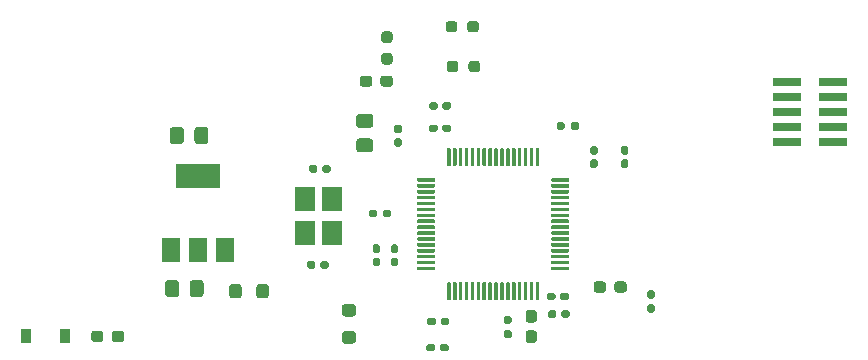
<source format=gbr>
%TF.GenerationSoftware,KiCad,Pcbnew,(5.1.7)-1*%
%TF.CreationDate,2020-10-12T20:46:30-04:00*%
%TF.ProjectId,STM32_Breakout,53544d33-325f-4427-9265-616b6f75742e,rev?*%
%TF.SameCoordinates,Original*%
%TF.FileFunction,Paste,Top*%
%TF.FilePolarity,Positive*%
%FSLAX46Y46*%
G04 Gerber Fmt 4.6, Leading zero omitted, Abs format (unit mm)*
G04 Created by KiCad (PCBNEW (5.1.7)-1) date 2020-10-12 20:46:30*
%MOMM*%
%LPD*%
G01*
G04 APERTURE LIST*
%ADD10R,0.900000X1.200000*%
%ADD11R,1.800000X2.100000*%
%ADD12R,2.400000X0.740000*%
%ADD13R,3.800000X2.000000*%
%ADD14R,1.500000X2.000000*%
G04 APERTURE END LIST*
%TO.C,C1*%
G36*
G01*
X36660000Y-64765000D02*
X36660000Y-65715000D01*
G75*
G02*
X36410000Y-65965000I-250000J0D01*
G01*
X35735000Y-65965000D01*
G75*
G02*
X35485000Y-65715000I0J250000D01*
G01*
X35485000Y-64765000D01*
G75*
G02*
X35735000Y-64515000I250000J0D01*
G01*
X36410000Y-64515000D01*
G75*
G02*
X36660000Y-64765000I0J-250000D01*
G01*
G37*
G36*
G01*
X38735000Y-64765000D02*
X38735000Y-65715000D01*
G75*
G02*
X38485000Y-65965000I-250000J0D01*
G01*
X37810000Y-65965000D01*
G75*
G02*
X37560000Y-65715000I0J250000D01*
G01*
X37560000Y-64765000D01*
G75*
G02*
X37810000Y-64515000I250000J0D01*
G01*
X38485000Y-64515000D01*
G75*
G02*
X38735000Y-64765000I0J-250000D01*
G01*
G37*
%TD*%
%TO.C,C2*%
G36*
G01*
X39135000Y-51805000D02*
X39135000Y-52755000D01*
G75*
G02*
X38885000Y-53005000I-250000J0D01*
G01*
X38210000Y-53005000D01*
G75*
G02*
X37960000Y-52755000I0J250000D01*
G01*
X37960000Y-51805000D01*
G75*
G02*
X38210000Y-51555000I250000J0D01*
G01*
X38885000Y-51555000D01*
G75*
G02*
X39135000Y-51805000I0J-250000D01*
G01*
G37*
G36*
G01*
X37060000Y-51805000D02*
X37060000Y-52755000D01*
G75*
G02*
X36810000Y-53005000I-250000J0D01*
G01*
X36135000Y-53005000D01*
G75*
G02*
X35885000Y-52755000I0J250000D01*
G01*
X35885000Y-51805000D01*
G75*
G02*
X36135000Y-51555000I250000J0D01*
G01*
X36810000Y-51555000D01*
G75*
G02*
X37060000Y-51805000I0J-250000D01*
G01*
G37*
%TD*%
%TO.C,C3*%
G36*
G01*
X51905000Y-50455000D02*
X52855000Y-50455000D01*
G75*
G02*
X53105000Y-50705000I0J-250000D01*
G01*
X53105000Y-51380000D01*
G75*
G02*
X52855000Y-51630000I-250000J0D01*
G01*
X51905000Y-51630000D01*
G75*
G02*
X51655000Y-51380000I0J250000D01*
G01*
X51655000Y-50705000D01*
G75*
G02*
X51905000Y-50455000I250000J0D01*
G01*
G37*
G36*
G01*
X51905000Y-52530000D02*
X52855000Y-52530000D01*
G75*
G02*
X53105000Y-52780000I0J-250000D01*
G01*
X53105000Y-53455000D01*
G75*
G02*
X52855000Y-53705000I-250000J0D01*
G01*
X51905000Y-53705000D01*
G75*
G02*
X51655000Y-53455000I0J250000D01*
G01*
X51655000Y-52780000D01*
G75*
G02*
X51905000Y-52530000I250000J0D01*
G01*
G37*
%TD*%
%TO.C,C4*%
G36*
G01*
X55035000Y-52500000D02*
X55345000Y-52500000D01*
G75*
G02*
X55500000Y-52655000I0J-155000D01*
G01*
X55500000Y-53080000D01*
G75*
G02*
X55345000Y-53235000I-155000J0D01*
G01*
X55035000Y-53235000D01*
G75*
G02*
X54880000Y-53080000I0J155000D01*
G01*
X54880000Y-52655000D01*
G75*
G02*
X55035000Y-52500000I155000J0D01*
G01*
G37*
G36*
G01*
X55035000Y-51365000D02*
X55345000Y-51365000D01*
G75*
G02*
X55500000Y-51520000I0J-155000D01*
G01*
X55500000Y-51945000D01*
G75*
G02*
X55345000Y-52100000I-155000J0D01*
G01*
X55035000Y-52100000D01*
G75*
G02*
X54880000Y-51945000I0J155000D01*
G01*
X54880000Y-51520000D01*
G75*
G02*
X55035000Y-51365000I155000J0D01*
G01*
G37*
%TD*%
%TO.C,C5*%
G36*
G01*
X59535000Y-67865000D02*
X59535000Y-68175000D01*
G75*
G02*
X59380000Y-68330000I-155000J0D01*
G01*
X58955000Y-68330000D01*
G75*
G02*
X58800000Y-68175000I0J155000D01*
G01*
X58800000Y-67865000D01*
G75*
G02*
X58955000Y-67710000I155000J0D01*
G01*
X59380000Y-67710000D01*
G75*
G02*
X59535000Y-67865000I0J-155000D01*
G01*
G37*
G36*
G01*
X58400000Y-67865000D02*
X58400000Y-68175000D01*
G75*
G02*
X58245000Y-68330000I-155000J0D01*
G01*
X57820000Y-68330000D01*
G75*
G02*
X57665000Y-68175000I0J155000D01*
G01*
X57665000Y-67865000D01*
G75*
G02*
X57820000Y-67710000I155000J0D01*
G01*
X58245000Y-67710000D01*
G75*
G02*
X58400000Y-67865000I0J-155000D01*
G01*
G37*
%TD*%
%TO.C,C6*%
G36*
G01*
X58340000Y-70095000D02*
X58340000Y-70405000D01*
G75*
G02*
X58185000Y-70560000I-155000J0D01*
G01*
X57760000Y-70560000D01*
G75*
G02*
X57605000Y-70405000I0J155000D01*
G01*
X57605000Y-70095000D01*
G75*
G02*
X57760000Y-69940000I155000J0D01*
G01*
X58185000Y-69940000D01*
G75*
G02*
X58340000Y-70095000I0J-155000D01*
G01*
G37*
G36*
G01*
X59475000Y-70095000D02*
X59475000Y-70405000D01*
G75*
G02*
X59320000Y-70560000I-155000J0D01*
G01*
X58895000Y-70560000D01*
G75*
G02*
X58740000Y-70405000I0J155000D01*
G01*
X58740000Y-70095000D01*
G75*
G02*
X58895000Y-69940000I155000J0D01*
G01*
X59320000Y-69940000D01*
G75*
G02*
X59475000Y-70095000I0J-155000D01*
G01*
G37*
%TD*%
%TO.C,C7*%
G36*
G01*
X69675000Y-65755000D02*
X69675000Y-66065000D01*
G75*
G02*
X69520000Y-66220000I-155000J0D01*
G01*
X69095000Y-66220000D01*
G75*
G02*
X68940000Y-66065000I0J155000D01*
G01*
X68940000Y-65755000D01*
G75*
G02*
X69095000Y-65600000I155000J0D01*
G01*
X69520000Y-65600000D01*
G75*
G02*
X69675000Y-65755000I0J-155000D01*
G01*
G37*
G36*
G01*
X68540000Y-65755000D02*
X68540000Y-66065000D01*
G75*
G02*
X68385000Y-66220000I-155000J0D01*
G01*
X67960000Y-66220000D01*
G75*
G02*
X67805000Y-66065000I0J155000D01*
G01*
X67805000Y-65755000D01*
G75*
G02*
X67960000Y-65600000I155000J0D01*
G01*
X68385000Y-65600000D01*
G75*
G02*
X68540000Y-65755000I0J-155000D01*
G01*
G37*
%TD*%
%TO.C,C8*%
G36*
G01*
X68610000Y-67245000D02*
X68610000Y-67555000D01*
G75*
G02*
X68455000Y-67710000I-155000J0D01*
G01*
X68030000Y-67710000D01*
G75*
G02*
X67875000Y-67555000I0J155000D01*
G01*
X67875000Y-67245000D01*
G75*
G02*
X68030000Y-67090000I155000J0D01*
G01*
X68455000Y-67090000D01*
G75*
G02*
X68610000Y-67245000I0J-155000D01*
G01*
G37*
G36*
G01*
X69745000Y-67245000D02*
X69745000Y-67555000D01*
G75*
G02*
X69590000Y-67710000I-155000J0D01*
G01*
X69165000Y-67710000D01*
G75*
G02*
X69010000Y-67555000I0J155000D01*
G01*
X69010000Y-67245000D01*
G75*
G02*
X69165000Y-67090000I155000J0D01*
G01*
X69590000Y-67090000D01*
G75*
G02*
X69745000Y-67245000I0J-155000D01*
G01*
G37*
%TD*%
%TO.C,C9*%
G36*
G01*
X71625000Y-53175000D02*
X71935000Y-53175000D01*
G75*
G02*
X72090000Y-53330000I0J-155000D01*
G01*
X72090000Y-53755000D01*
G75*
G02*
X71935000Y-53910000I-155000J0D01*
G01*
X71625000Y-53910000D01*
G75*
G02*
X71470000Y-53755000I0J155000D01*
G01*
X71470000Y-53330000D01*
G75*
G02*
X71625000Y-53175000I155000J0D01*
G01*
G37*
G36*
G01*
X71625000Y-54310000D02*
X71935000Y-54310000D01*
G75*
G02*
X72090000Y-54465000I0J-155000D01*
G01*
X72090000Y-54890000D01*
G75*
G02*
X71935000Y-55045000I-155000J0D01*
G01*
X71625000Y-55045000D01*
G75*
G02*
X71470000Y-54890000I0J155000D01*
G01*
X71470000Y-54465000D01*
G75*
G02*
X71625000Y-54310000I155000J0D01*
G01*
G37*
%TD*%
%TO.C,C10*%
G36*
G01*
X74245000Y-54300000D02*
X74555000Y-54300000D01*
G75*
G02*
X74710000Y-54455000I0J-155000D01*
G01*
X74710000Y-54880000D01*
G75*
G02*
X74555000Y-55035000I-155000J0D01*
G01*
X74245000Y-55035000D01*
G75*
G02*
X74090000Y-54880000I0J155000D01*
G01*
X74090000Y-54455000D01*
G75*
G02*
X74245000Y-54300000I155000J0D01*
G01*
G37*
G36*
G01*
X74245000Y-53165000D02*
X74555000Y-53165000D01*
G75*
G02*
X74710000Y-53320000I0J-155000D01*
G01*
X74710000Y-53745000D01*
G75*
G02*
X74555000Y-53900000I-155000J0D01*
G01*
X74245000Y-53900000D01*
G75*
G02*
X74090000Y-53745000I0J155000D01*
G01*
X74090000Y-53320000D01*
G75*
G02*
X74245000Y-53165000I155000J0D01*
G01*
G37*
%TD*%
%TO.C,C11*%
G36*
G01*
X57825000Y-51825000D02*
X57825000Y-51515000D01*
G75*
G02*
X57980000Y-51360000I155000J0D01*
G01*
X58405000Y-51360000D01*
G75*
G02*
X58560000Y-51515000I0J-155000D01*
G01*
X58560000Y-51825000D01*
G75*
G02*
X58405000Y-51980000I-155000J0D01*
G01*
X57980000Y-51980000D01*
G75*
G02*
X57825000Y-51825000I0J155000D01*
G01*
G37*
G36*
G01*
X58960000Y-51825000D02*
X58960000Y-51515000D01*
G75*
G02*
X59115000Y-51360000I155000J0D01*
G01*
X59540000Y-51360000D01*
G75*
G02*
X59695000Y-51515000I0J-155000D01*
G01*
X59695000Y-51825000D01*
G75*
G02*
X59540000Y-51980000I-155000J0D01*
G01*
X59115000Y-51980000D01*
G75*
G02*
X58960000Y-51825000I0J155000D01*
G01*
G37*
%TD*%
%TO.C,C12*%
G36*
G01*
X57825000Y-49925000D02*
X57825000Y-49615000D01*
G75*
G02*
X57980000Y-49460000I155000J0D01*
G01*
X58405000Y-49460000D01*
G75*
G02*
X58560000Y-49615000I0J-155000D01*
G01*
X58560000Y-49925000D01*
G75*
G02*
X58405000Y-50080000I-155000J0D01*
G01*
X57980000Y-50080000D01*
G75*
G02*
X57825000Y-49925000I0J155000D01*
G01*
G37*
G36*
G01*
X58960000Y-49925000D02*
X58960000Y-49615000D01*
G75*
G02*
X59115000Y-49460000I155000J0D01*
G01*
X59540000Y-49460000D01*
G75*
G02*
X59695000Y-49615000I0J-155000D01*
G01*
X59695000Y-49925000D01*
G75*
G02*
X59540000Y-50080000I-155000J0D01*
G01*
X59115000Y-50080000D01*
G75*
G02*
X58960000Y-49925000I0J155000D01*
G01*
G37*
%TD*%
%TO.C,C13*%
G36*
G01*
X55055000Y-63365000D02*
X54745000Y-63365000D01*
G75*
G02*
X54590000Y-63210000I0J155000D01*
G01*
X54590000Y-62785000D01*
G75*
G02*
X54745000Y-62630000I155000J0D01*
G01*
X55055000Y-62630000D01*
G75*
G02*
X55210000Y-62785000I0J-155000D01*
G01*
X55210000Y-63210000D01*
G75*
G02*
X55055000Y-63365000I-155000J0D01*
G01*
G37*
G36*
G01*
X55055000Y-62230000D02*
X54745000Y-62230000D01*
G75*
G02*
X54590000Y-62075000I0J155000D01*
G01*
X54590000Y-61650000D01*
G75*
G02*
X54745000Y-61495000I155000J0D01*
G01*
X55055000Y-61495000D01*
G75*
G02*
X55210000Y-61650000I0J-155000D01*
G01*
X55210000Y-62075000D01*
G75*
G02*
X55055000Y-62230000I-155000J0D01*
G01*
G37*
%TD*%
%TO.C,C14*%
G36*
G01*
X53525000Y-62230000D02*
X53215000Y-62230000D01*
G75*
G02*
X53060000Y-62075000I0J155000D01*
G01*
X53060000Y-61650000D01*
G75*
G02*
X53215000Y-61495000I155000J0D01*
G01*
X53525000Y-61495000D01*
G75*
G02*
X53680000Y-61650000I0J-155000D01*
G01*
X53680000Y-62075000D01*
G75*
G02*
X53525000Y-62230000I-155000J0D01*
G01*
G37*
G36*
G01*
X53525000Y-63365000D02*
X53215000Y-63365000D01*
G75*
G02*
X53060000Y-63210000I0J155000D01*
G01*
X53060000Y-62785000D01*
G75*
G02*
X53215000Y-62630000I155000J0D01*
G01*
X53525000Y-62630000D01*
G75*
G02*
X53680000Y-62785000I0J-155000D01*
G01*
X53680000Y-63210000D01*
G75*
G02*
X53525000Y-63365000I-155000J0D01*
G01*
G37*
%TD*%
%TO.C,C15*%
G36*
G01*
X48780000Y-55265000D02*
X48780000Y-54955000D01*
G75*
G02*
X48935000Y-54800000I155000J0D01*
G01*
X49360000Y-54800000D01*
G75*
G02*
X49515000Y-54955000I0J-155000D01*
G01*
X49515000Y-55265000D01*
G75*
G02*
X49360000Y-55420000I-155000J0D01*
G01*
X48935000Y-55420000D01*
G75*
G02*
X48780000Y-55265000I0J155000D01*
G01*
G37*
G36*
G01*
X47645000Y-55265000D02*
X47645000Y-54955000D01*
G75*
G02*
X47800000Y-54800000I155000J0D01*
G01*
X48225000Y-54800000D01*
G75*
G02*
X48380000Y-54955000I0J-155000D01*
G01*
X48380000Y-55265000D01*
G75*
G02*
X48225000Y-55420000I-155000J0D01*
G01*
X47800000Y-55420000D01*
G75*
G02*
X47645000Y-55265000I0J155000D01*
G01*
G37*
%TD*%
%TO.C,C16*%
G36*
G01*
X49345000Y-63075000D02*
X49345000Y-63385000D01*
G75*
G02*
X49190000Y-63540000I-155000J0D01*
G01*
X48765000Y-63540000D01*
G75*
G02*
X48610000Y-63385000I0J155000D01*
G01*
X48610000Y-63075000D01*
G75*
G02*
X48765000Y-62920000I155000J0D01*
G01*
X49190000Y-62920000D01*
G75*
G02*
X49345000Y-63075000I0J-155000D01*
G01*
G37*
G36*
G01*
X48210000Y-63075000D02*
X48210000Y-63385000D01*
G75*
G02*
X48055000Y-63540000I-155000J0D01*
G01*
X47630000Y-63540000D01*
G75*
G02*
X47475000Y-63385000I0J155000D01*
G01*
X47475000Y-63075000D01*
G75*
G02*
X47630000Y-62920000I155000J0D01*
G01*
X48055000Y-62920000D01*
G75*
G02*
X48210000Y-63075000I0J-155000D01*
G01*
G37*
%TD*%
%TO.C,C17*%
G36*
G01*
X66242500Y-67050000D02*
X66717500Y-67050000D01*
G75*
G02*
X66955000Y-67287500I0J-237500D01*
G01*
X66955000Y-67887500D01*
G75*
G02*
X66717500Y-68125000I-237500J0D01*
G01*
X66242500Y-68125000D01*
G75*
G02*
X66005000Y-67887500I0J237500D01*
G01*
X66005000Y-67287500D01*
G75*
G02*
X66242500Y-67050000I237500J0D01*
G01*
G37*
G36*
G01*
X66242500Y-68775000D02*
X66717500Y-68775000D01*
G75*
G02*
X66955000Y-69012500I0J-237500D01*
G01*
X66955000Y-69612500D01*
G75*
G02*
X66717500Y-69850000I-237500J0D01*
G01*
X66242500Y-69850000D01*
G75*
G02*
X66005000Y-69612500I0J237500D01*
G01*
X66005000Y-69012500D01*
G75*
G02*
X66242500Y-68775000I237500J0D01*
G01*
G37*
%TD*%
D10*
%TO.C,D1*%
X27000000Y-69250000D03*
X23700000Y-69250000D03*
%TD*%
%TO.C,D2*%
G36*
G01*
X54760000Y-47442500D02*
X54760000Y-47917500D01*
G75*
G02*
X54522500Y-48155000I-237500J0D01*
G01*
X53947500Y-48155000D01*
G75*
G02*
X53710000Y-47917500I0J237500D01*
G01*
X53710000Y-47442500D01*
G75*
G02*
X53947500Y-47205000I237500J0D01*
G01*
X54522500Y-47205000D01*
G75*
G02*
X54760000Y-47442500I0J-237500D01*
G01*
G37*
G36*
G01*
X53010000Y-47442500D02*
X53010000Y-47917500D01*
G75*
G02*
X52772500Y-48155000I-237500J0D01*
G01*
X52197500Y-48155000D01*
G75*
G02*
X51960000Y-47917500I0J237500D01*
G01*
X51960000Y-47442500D01*
G75*
G02*
X52197500Y-47205000I237500J0D01*
G01*
X52772500Y-47205000D01*
G75*
G02*
X53010000Y-47442500I0J-237500D01*
G01*
G37*
%TD*%
%TO.C,D3*%
G36*
G01*
X72820000Y-64872500D02*
X72820000Y-65347500D01*
G75*
G02*
X72582500Y-65585000I-237500J0D01*
G01*
X72007500Y-65585000D01*
G75*
G02*
X71770000Y-65347500I0J237500D01*
G01*
X71770000Y-64872500D01*
G75*
G02*
X72007500Y-64635000I237500J0D01*
G01*
X72582500Y-64635000D01*
G75*
G02*
X72820000Y-64872500I0J-237500D01*
G01*
G37*
G36*
G01*
X74570000Y-64872500D02*
X74570000Y-65347500D01*
G75*
G02*
X74332500Y-65585000I-237500J0D01*
G01*
X73757500Y-65585000D01*
G75*
G02*
X73520000Y-65347500I0J237500D01*
G01*
X73520000Y-64872500D01*
G75*
G02*
X73757500Y-64635000I237500J0D01*
G01*
X74332500Y-64635000D01*
G75*
G02*
X74570000Y-64872500I0J-237500D01*
G01*
G37*
%TD*%
%TO.C,F1*%
G36*
G01*
X29210000Y-69527500D02*
X29210000Y-69052500D01*
G75*
G02*
X29447500Y-68815000I237500J0D01*
G01*
X30022500Y-68815000D01*
G75*
G02*
X30260000Y-69052500I0J-237500D01*
G01*
X30260000Y-69527500D01*
G75*
G02*
X30022500Y-69765000I-237500J0D01*
G01*
X29447500Y-69765000D01*
G75*
G02*
X29210000Y-69527500I0J237500D01*
G01*
G37*
G36*
G01*
X30960000Y-69527500D02*
X30960000Y-69052500D01*
G75*
G02*
X31197500Y-68815000I237500J0D01*
G01*
X31772500Y-68815000D01*
G75*
G02*
X32010000Y-69052500I0J-237500D01*
G01*
X32010000Y-69527500D01*
G75*
G02*
X31772500Y-69765000I-237500J0D01*
G01*
X31197500Y-69765000D01*
G75*
G02*
X30960000Y-69527500I0J237500D01*
G01*
G37*
%TD*%
%TO.C,FB1*%
G36*
G01*
X40905000Y-65810001D02*
X40905000Y-65109999D01*
G75*
G02*
X41154999Y-64860000I249999J0D01*
G01*
X41705001Y-64860000D01*
G75*
G02*
X41955000Y-65109999I0J-249999D01*
G01*
X41955000Y-65810001D01*
G75*
G02*
X41705001Y-66060000I-249999J0D01*
G01*
X41154999Y-66060000D01*
G75*
G02*
X40905000Y-65810001I0J249999D01*
G01*
G37*
G36*
G01*
X43205000Y-65810001D02*
X43205000Y-65109999D01*
G75*
G02*
X43454999Y-64860000I249999J0D01*
G01*
X44005001Y-64860000D01*
G75*
G02*
X44255000Y-65109999I0J-249999D01*
G01*
X44255000Y-65810001D01*
G75*
G02*
X44005001Y-66060000I-249999J0D01*
G01*
X43454999Y-66060000D01*
G75*
G02*
X43205000Y-65810001I0J249999D01*
G01*
G37*
%TD*%
%TO.C,FB2*%
G36*
G01*
X50689999Y-68855000D02*
X51390001Y-68855000D01*
G75*
G02*
X51640000Y-69104999I0J-249999D01*
G01*
X51640000Y-69655001D01*
G75*
G02*
X51390001Y-69905000I-249999J0D01*
G01*
X50689999Y-69905000D01*
G75*
G02*
X50440000Y-69655001I0J249999D01*
G01*
X50440000Y-69104999D01*
G75*
G02*
X50689999Y-68855000I249999J0D01*
G01*
G37*
G36*
G01*
X50689999Y-66555000D02*
X51390001Y-66555000D01*
G75*
G02*
X51640000Y-66804999I0J-249999D01*
G01*
X51640000Y-67355001D01*
G75*
G02*
X51390001Y-67605000I-249999J0D01*
G01*
X50689999Y-67605000D01*
G75*
G02*
X50440000Y-67355001I0J249999D01*
G01*
X50440000Y-66804999D01*
G75*
G02*
X50689999Y-66555000I249999J0D01*
G01*
G37*
%TD*%
D11*
%TO.C,HSE*%
X47310000Y-57620000D03*
X47310000Y-60520000D03*
X49610000Y-60520000D03*
X49610000Y-57620000D03*
%TD*%
%TO.C,R1*%
G36*
G01*
X54022500Y-45295000D02*
X54497500Y-45295000D01*
G75*
G02*
X54735000Y-45532500I0J-237500D01*
G01*
X54735000Y-46032500D01*
G75*
G02*
X54497500Y-46270000I-237500J0D01*
G01*
X54022500Y-46270000D01*
G75*
G02*
X53785000Y-46032500I0J237500D01*
G01*
X53785000Y-45532500D01*
G75*
G02*
X54022500Y-45295000I237500J0D01*
G01*
G37*
G36*
G01*
X54022500Y-43470000D02*
X54497500Y-43470000D01*
G75*
G02*
X54735000Y-43707500I0J-237500D01*
G01*
X54735000Y-44207500D01*
G75*
G02*
X54497500Y-44445000I-237500J0D01*
G01*
X54022500Y-44445000D01*
G75*
G02*
X53785000Y-44207500I0J237500D01*
G01*
X53785000Y-43707500D01*
G75*
G02*
X54022500Y-43470000I237500J0D01*
G01*
G37*
%TD*%
%TO.C,R2*%
G36*
G01*
X70535000Y-51310000D02*
X70535000Y-51630000D01*
G75*
G02*
X70375000Y-51790000I-160000J0D01*
G01*
X69980000Y-51790000D01*
G75*
G02*
X69820000Y-51630000I0J160000D01*
G01*
X69820000Y-51310000D01*
G75*
G02*
X69980000Y-51150000I160000J0D01*
G01*
X70375000Y-51150000D01*
G75*
G02*
X70535000Y-51310000I0J-160000D01*
G01*
G37*
G36*
G01*
X69340000Y-51310000D02*
X69340000Y-51630000D01*
G75*
G02*
X69180000Y-51790000I-160000J0D01*
G01*
X68785000Y-51790000D01*
G75*
G02*
X68625000Y-51630000I0J160000D01*
G01*
X68625000Y-51310000D01*
G75*
G02*
X68785000Y-51150000I160000J0D01*
G01*
X69180000Y-51150000D01*
G75*
G02*
X69340000Y-51310000I0J-160000D01*
G01*
G37*
%TD*%
%TO.C,R3*%
G36*
G01*
X64330000Y-68740000D02*
X64650000Y-68740000D01*
G75*
G02*
X64810000Y-68900000I0J-160000D01*
G01*
X64810000Y-69295000D01*
G75*
G02*
X64650000Y-69455000I-160000J0D01*
G01*
X64330000Y-69455000D01*
G75*
G02*
X64170000Y-69295000I0J160000D01*
G01*
X64170000Y-68900000D01*
G75*
G02*
X64330000Y-68740000I160000J0D01*
G01*
G37*
G36*
G01*
X64330000Y-67545000D02*
X64650000Y-67545000D01*
G75*
G02*
X64810000Y-67705000I0J-160000D01*
G01*
X64810000Y-68100000D01*
G75*
G02*
X64650000Y-68260000I-160000J0D01*
G01*
X64330000Y-68260000D01*
G75*
G02*
X64170000Y-68100000I0J160000D01*
G01*
X64170000Y-67705000D01*
G75*
G02*
X64330000Y-67545000I160000J0D01*
G01*
G37*
%TD*%
%TO.C,R4*%
G36*
G01*
X62140000Y-46202500D02*
X62140000Y-46677500D01*
G75*
G02*
X61902500Y-46915000I-237500J0D01*
G01*
X61402500Y-46915000D01*
G75*
G02*
X61165000Y-46677500I0J237500D01*
G01*
X61165000Y-46202500D01*
G75*
G02*
X61402500Y-45965000I237500J0D01*
G01*
X61902500Y-45965000D01*
G75*
G02*
X62140000Y-46202500I0J-237500D01*
G01*
G37*
G36*
G01*
X60315000Y-46202500D02*
X60315000Y-46677500D01*
G75*
G02*
X60077500Y-46915000I-237500J0D01*
G01*
X59577500Y-46915000D01*
G75*
G02*
X59340000Y-46677500I0J237500D01*
G01*
X59340000Y-46202500D01*
G75*
G02*
X59577500Y-45965000I237500J0D01*
G01*
X60077500Y-45965000D01*
G75*
G02*
X60315000Y-46202500I0J-237500D01*
G01*
G37*
%TD*%
%TO.C,R5*%
G36*
G01*
X62040000Y-42832500D02*
X62040000Y-43307500D01*
G75*
G02*
X61802500Y-43545000I-237500J0D01*
G01*
X61302500Y-43545000D01*
G75*
G02*
X61065000Y-43307500I0J237500D01*
G01*
X61065000Y-42832500D01*
G75*
G02*
X61302500Y-42595000I237500J0D01*
G01*
X61802500Y-42595000D01*
G75*
G02*
X62040000Y-42832500I0J-237500D01*
G01*
G37*
G36*
G01*
X60215000Y-42832500D02*
X60215000Y-43307500D01*
G75*
G02*
X59977500Y-43545000I-237500J0D01*
G01*
X59477500Y-43545000D01*
G75*
G02*
X59240000Y-43307500I0J237500D01*
G01*
X59240000Y-42832500D01*
G75*
G02*
X59477500Y-42595000I237500J0D01*
G01*
X59977500Y-42595000D01*
G75*
G02*
X60215000Y-42832500I0J-237500D01*
G01*
G37*
%TD*%
%TO.C,R6*%
G36*
G01*
X54645000Y-58730000D02*
X54645000Y-59050000D01*
G75*
G02*
X54485000Y-59210000I-160000J0D01*
G01*
X54090000Y-59210000D01*
G75*
G02*
X53930000Y-59050000I0J160000D01*
G01*
X53930000Y-58730000D01*
G75*
G02*
X54090000Y-58570000I160000J0D01*
G01*
X54485000Y-58570000D01*
G75*
G02*
X54645000Y-58730000I0J-160000D01*
G01*
G37*
G36*
G01*
X53450000Y-58730000D02*
X53450000Y-59050000D01*
G75*
G02*
X53290000Y-59210000I-160000J0D01*
G01*
X52895000Y-59210000D01*
G75*
G02*
X52735000Y-59050000I0J160000D01*
G01*
X52735000Y-58730000D01*
G75*
G02*
X52895000Y-58570000I160000J0D01*
G01*
X53290000Y-58570000D01*
G75*
G02*
X53450000Y-58730000I0J-160000D01*
G01*
G37*
%TD*%
%TO.C,R7*%
G36*
G01*
X76790000Y-66080000D02*
X76470000Y-66080000D01*
G75*
G02*
X76310000Y-65920000I0J160000D01*
G01*
X76310000Y-65525000D01*
G75*
G02*
X76470000Y-65365000I160000J0D01*
G01*
X76790000Y-65365000D01*
G75*
G02*
X76950000Y-65525000I0J-160000D01*
G01*
X76950000Y-65920000D01*
G75*
G02*
X76790000Y-66080000I-160000J0D01*
G01*
G37*
G36*
G01*
X76790000Y-67275000D02*
X76470000Y-67275000D01*
G75*
G02*
X76310000Y-67115000I0J160000D01*
G01*
X76310000Y-66720000D01*
G75*
G02*
X76470000Y-66560000I160000J0D01*
G01*
X76790000Y-66560000D01*
G75*
G02*
X76950000Y-66720000I0J-160000D01*
G01*
X76950000Y-67115000D01*
G75*
G02*
X76790000Y-67275000I-160000J0D01*
G01*
G37*
%TD*%
D12*
%TO.C,SWD*%
X88140000Y-47740000D03*
X92040000Y-47740000D03*
X88140000Y-49010000D03*
X92040000Y-49010000D03*
X88140000Y-50280000D03*
X92040000Y-50280000D03*
X88140000Y-51550000D03*
X92040000Y-51550000D03*
X88140000Y-52820000D03*
X92040000Y-52820000D03*
%TD*%
D13*
%TO.C,3.3V Reg*%
X38250000Y-55670000D03*
D14*
X38250000Y-61970000D03*
X40550000Y-61970000D03*
X35950000Y-61970000D03*
%TD*%
%TO.C,U2*%
G36*
G01*
X59350000Y-54815000D02*
X59350000Y-53415000D01*
G75*
G02*
X59425000Y-53340000I75000J0D01*
G01*
X59575000Y-53340000D01*
G75*
G02*
X59650000Y-53415000I0J-75000D01*
G01*
X59650000Y-54815000D01*
G75*
G02*
X59575000Y-54890000I-75000J0D01*
G01*
X59425000Y-54890000D01*
G75*
G02*
X59350000Y-54815000I0J75000D01*
G01*
G37*
G36*
G01*
X59850000Y-54815000D02*
X59850000Y-53415000D01*
G75*
G02*
X59925000Y-53340000I75000J0D01*
G01*
X60075000Y-53340000D01*
G75*
G02*
X60150000Y-53415000I0J-75000D01*
G01*
X60150000Y-54815000D01*
G75*
G02*
X60075000Y-54890000I-75000J0D01*
G01*
X59925000Y-54890000D01*
G75*
G02*
X59850000Y-54815000I0J75000D01*
G01*
G37*
G36*
G01*
X60350000Y-54815000D02*
X60350000Y-53415000D01*
G75*
G02*
X60425000Y-53340000I75000J0D01*
G01*
X60575000Y-53340000D01*
G75*
G02*
X60650000Y-53415000I0J-75000D01*
G01*
X60650000Y-54815000D01*
G75*
G02*
X60575000Y-54890000I-75000J0D01*
G01*
X60425000Y-54890000D01*
G75*
G02*
X60350000Y-54815000I0J75000D01*
G01*
G37*
G36*
G01*
X60850000Y-54815000D02*
X60850000Y-53415000D01*
G75*
G02*
X60925000Y-53340000I75000J0D01*
G01*
X61075000Y-53340000D01*
G75*
G02*
X61150000Y-53415000I0J-75000D01*
G01*
X61150000Y-54815000D01*
G75*
G02*
X61075000Y-54890000I-75000J0D01*
G01*
X60925000Y-54890000D01*
G75*
G02*
X60850000Y-54815000I0J75000D01*
G01*
G37*
G36*
G01*
X61350000Y-54815000D02*
X61350000Y-53415000D01*
G75*
G02*
X61425000Y-53340000I75000J0D01*
G01*
X61575000Y-53340000D01*
G75*
G02*
X61650000Y-53415000I0J-75000D01*
G01*
X61650000Y-54815000D01*
G75*
G02*
X61575000Y-54890000I-75000J0D01*
G01*
X61425000Y-54890000D01*
G75*
G02*
X61350000Y-54815000I0J75000D01*
G01*
G37*
G36*
G01*
X61850000Y-54815000D02*
X61850000Y-53415000D01*
G75*
G02*
X61925000Y-53340000I75000J0D01*
G01*
X62075000Y-53340000D01*
G75*
G02*
X62150000Y-53415000I0J-75000D01*
G01*
X62150000Y-54815000D01*
G75*
G02*
X62075000Y-54890000I-75000J0D01*
G01*
X61925000Y-54890000D01*
G75*
G02*
X61850000Y-54815000I0J75000D01*
G01*
G37*
G36*
G01*
X62350000Y-54815000D02*
X62350000Y-53415000D01*
G75*
G02*
X62425000Y-53340000I75000J0D01*
G01*
X62575000Y-53340000D01*
G75*
G02*
X62650000Y-53415000I0J-75000D01*
G01*
X62650000Y-54815000D01*
G75*
G02*
X62575000Y-54890000I-75000J0D01*
G01*
X62425000Y-54890000D01*
G75*
G02*
X62350000Y-54815000I0J75000D01*
G01*
G37*
G36*
G01*
X62850000Y-54815000D02*
X62850000Y-53415000D01*
G75*
G02*
X62925000Y-53340000I75000J0D01*
G01*
X63075000Y-53340000D01*
G75*
G02*
X63150000Y-53415000I0J-75000D01*
G01*
X63150000Y-54815000D01*
G75*
G02*
X63075000Y-54890000I-75000J0D01*
G01*
X62925000Y-54890000D01*
G75*
G02*
X62850000Y-54815000I0J75000D01*
G01*
G37*
G36*
G01*
X63350000Y-54815000D02*
X63350000Y-53415000D01*
G75*
G02*
X63425000Y-53340000I75000J0D01*
G01*
X63575000Y-53340000D01*
G75*
G02*
X63650000Y-53415000I0J-75000D01*
G01*
X63650000Y-54815000D01*
G75*
G02*
X63575000Y-54890000I-75000J0D01*
G01*
X63425000Y-54890000D01*
G75*
G02*
X63350000Y-54815000I0J75000D01*
G01*
G37*
G36*
G01*
X63850000Y-54815000D02*
X63850000Y-53415000D01*
G75*
G02*
X63925000Y-53340000I75000J0D01*
G01*
X64075000Y-53340000D01*
G75*
G02*
X64150000Y-53415000I0J-75000D01*
G01*
X64150000Y-54815000D01*
G75*
G02*
X64075000Y-54890000I-75000J0D01*
G01*
X63925000Y-54890000D01*
G75*
G02*
X63850000Y-54815000I0J75000D01*
G01*
G37*
G36*
G01*
X64350000Y-54815000D02*
X64350000Y-53415000D01*
G75*
G02*
X64425000Y-53340000I75000J0D01*
G01*
X64575000Y-53340000D01*
G75*
G02*
X64650000Y-53415000I0J-75000D01*
G01*
X64650000Y-54815000D01*
G75*
G02*
X64575000Y-54890000I-75000J0D01*
G01*
X64425000Y-54890000D01*
G75*
G02*
X64350000Y-54815000I0J75000D01*
G01*
G37*
G36*
G01*
X64850000Y-54815000D02*
X64850000Y-53415000D01*
G75*
G02*
X64925000Y-53340000I75000J0D01*
G01*
X65075000Y-53340000D01*
G75*
G02*
X65150000Y-53415000I0J-75000D01*
G01*
X65150000Y-54815000D01*
G75*
G02*
X65075000Y-54890000I-75000J0D01*
G01*
X64925000Y-54890000D01*
G75*
G02*
X64850000Y-54815000I0J75000D01*
G01*
G37*
G36*
G01*
X65350000Y-54815000D02*
X65350000Y-53415000D01*
G75*
G02*
X65425000Y-53340000I75000J0D01*
G01*
X65575000Y-53340000D01*
G75*
G02*
X65650000Y-53415000I0J-75000D01*
G01*
X65650000Y-54815000D01*
G75*
G02*
X65575000Y-54890000I-75000J0D01*
G01*
X65425000Y-54890000D01*
G75*
G02*
X65350000Y-54815000I0J75000D01*
G01*
G37*
G36*
G01*
X65850000Y-54815000D02*
X65850000Y-53415000D01*
G75*
G02*
X65925000Y-53340000I75000J0D01*
G01*
X66075000Y-53340000D01*
G75*
G02*
X66150000Y-53415000I0J-75000D01*
G01*
X66150000Y-54815000D01*
G75*
G02*
X66075000Y-54890000I-75000J0D01*
G01*
X65925000Y-54890000D01*
G75*
G02*
X65850000Y-54815000I0J75000D01*
G01*
G37*
G36*
G01*
X66350000Y-54815000D02*
X66350000Y-53415000D01*
G75*
G02*
X66425000Y-53340000I75000J0D01*
G01*
X66575000Y-53340000D01*
G75*
G02*
X66650000Y-53415000I0J-75000D01*
G01*
X66650000Y-54815000D01*
G75*
G02*
X66575000Y-54890000I-75000J0D01*
G01*
X66425000Y-54890000D01*
G75*
G02*
X66350000Y-54815000I0J75000D01*
G01*
G37*
G36*
G01*
X66850000Y-54815000D02*
X66850000Y-53415000D01*
G75*
G02*
X66925000Y-53340000I75000J0D01*
G01*
X67075000Y-53340000D01*
G75*
G02*
X67150000Y-53415000I0J-75000D01*
G01*
X67150000Y-54815000D01*
G75*
G02*
X67075000Y-54890000I-75000J0D01*
G01*
X66925000Y-54890000D01*
G75*
G02*
X66850000Y-54815000I0J75000D01*
G01*
G37*
G36*
G01*
X68150000Y-56115000D02*
X68150000Y-55965000D01*
G75*
G02*
X68225000Y-55890000I75000J0D01*
G01*
X69625000Y-55890000D01*
G75*
G02*
X69700000Y-55965000I0J-75000D01*
G01*
X69700000Y-56115000D01*
G75*
G02*
X69625000Y-56190000I-75000J0D01*
G01*
X68225000Y-56190000D01*
G75*
G02*
X68150000Y-56115000I0J75000D01*
G01*
G37*
G36*
G01*
X68150000Y-56615000D02*
X68150000Y-56465000D01*
G75*
G02*
X68225000Y-56390000I75000J0D01*
G01*
X69625000Y-56390000D01*
G75*
G02*
X69700000Y-56465000I0J-75000D01*
G01*
X69700000Y-56615000D01*
G75*
G02*
X69625000Y-56690000I-75000J0D01*
G01*
X68225000Y-56690000D01*
G75*
G02*
X68150000Y-56615000I0J75000D01*
G01*
G37*
G36*
G01*
X68150000Y-57115000D02*
X68150000Y-56965000D01*
G75*
G02*
X68225000Y-56890000I75000J0D01*
G01*
X69625000Y-56890000D01*
G75*
G02*
X69700000Y-56965000I0J-75000D01*
G01*
X69700000Y-57115000D01*
G75*
G02*
X69625000Y-57190000I-75000J0D01*
G01*
X68225000Y-57190000D01*
G75*
G02*
X68150000Y-57115000I0J75000D01*
G01*
G37*
G36*
G01*
X68150000Y-57615000D02*
X68150000Y-57465000D01*
G75*
G02*
X68225000Y-57390000I75000J0D01*
G01*
X69625000Y-57390000D01*
G75*
G02*
X69700000Y-57465000I0J-75000D01*
G01*
X69700000Y-57615000D01*
G75*
G02*
X69625000Y-57690000I-75000J0D01*
G01*
X68225000Y-57690000D01*
G75*
G02*
X68150000Y-57615000I0J75000D01*
G01*
G37*
G36*
G01*
X68150000Y-58115000D02*
X68150000Y-57965000D01*
G75*
G02*
X68225000Y-57890000I75000J0D01*
G01*
X69625000Y-57890000D01*
G75*
G02*
X69700000Y-57965000I0J-75000D01*
G01*
X69700000Y-58115000D01*
G75*
G02*
X69625000Y-58190000I-75000J0D01*
G01*
X68225000Y-58190000D01*
G75*
G02*
X68150000Y-58115000I0J75000D01*
G01*
G37*
G36*
G01*
X68150000Y-58615000D02*
X68150000Y-58465000D01*
G75*
G02*
X68225000Y-58390000I75000J0D01*
G01*
X69625000Y-58390000D01*
G75*
G02*
X69700000Y-58465000I0J-75000D01*
G01*
X69700000Y-58615000D01*
G75*
G02*
X69625000Y-58690000I-75000J0D01*
G01*
X68225000Y-58690000D01*
G75*
G02*
X68150000Y-58615000I0J75000D01*
G01*
G37*
G36*
G01*
X68150000Y-59115000D02*
X68150000Y-58965000D01*
G75*
G02*
X68225000Y-58890000I75000J0D01*
G01*
X69625000Y-58890000D01*
G75*
G02*
X69700000Y-58965000I0J-75000D01*
G01*
X69700000Y-59115000D01*
G75*
G02*
X69625000Y-59190000I-75000J0D01*
G01*
X68225000Y-59190000D01*
G75*
G02*
X68150000Y-59115000I0J75000D01*
G01*
G37*
G36*
G01*
X68150000Y-59615000D02*
X68150000Y-59465000D01*
G75*
G02*
X68225000Y-59390000I75000J0D01*
G01*
X69625000Y-59390000D01*
G75*
G02*
X69700000Y-59465000I0J-75000D01*
G01*
X69700000Y-59615000D01*
G75*
G02*
X69625000Y-59690000I-75000J0D01*
G01*
X68225000Y-59690000D01*
G75*
G02*
X68150000Y-59615000I0J75000D01*
G01*
G37*
G36*
G01*
X68150000Y-60115000D02*
X68150000Y-59965000D01*
G75*
G02*
X68225000Y-59890000I75000J0D01*
G01*
X69625000Y-59890000D01*
G75*
G02*
X69700000Y-59965000I0J-75000D01*
G01*
X69700000Y-60115000D01*
G75*
G02*
X69625000Y-60190000I-75000J0D01*
G01*
X68225000Y-60190000D01*
G75*
G02*
X68150000Y-60115000I0J75000D01*
G01*
G37*
G36*
G01*
X68150000Y-60615000D02*
X68150000Y-60465000D01*
G75*
G02*
X68225000Y-60390000I75000J0D01*
G01*
X69625000Y-60390000D01*
G75*
G02*
X69700000Y-60465000I0J-75000D01*
G01*
X69700000Y-60615000D01*
G75*
G02*
X69625000Y-60690000I-75000J0D01*
G01*
X68225000Y-60690000D01*
G75*
G02*
X68150000Y-60615000I0J75000D01*
G01*
G37*
G36*
G01*
X68150000Y-61115000D02*
X68150000Y-60965000D01*
G75*
G02*
X68225000Y-60890000I75000J0D01*
G01*
X69625000Y-60890000D01*
G75*
G02*
X69700000Y-60965000I0J-75000D01*
G01*
X69700000Y-61115000D01*
G75*
G02*
X69625000Y-61190000I-75000J0D01*
G01*
X68225000Y-61190000D01*
G75*
G02*
X68150000Y-61115000I0J75000D01*
G01*
G37*
G36*
G01*
X68150000Y-61615000D02*
X68150000Y-61465000D01*
G75*
G02*
X68225000Y-61390000I75000J0D01*
G01*
X69625000Y-61390000D01*
G75*
G02*
X69700000Y-61465000I0J-75000D01*
G01*
X69700000Y-61615000D01*
G75*
G02*
X69625000Y-61690000I-75000J0D01*
G01*
X68225000Y-61690000D01*
G75*
G02*
X68150000Y-61615000I0J75000D01*
G01*
G37*
G36*
G01*
X68150000Y-62115000D02*
X68150000Y-61965000D01*
G75*
G02*
X68225000Y-61890000I75000J0D01*
G01*
X69625000Y-61890000D01*
G75*
G02*
X69700000Y-61965000I0J-75000D01*
G01*
X69700000Y-62115000D01*
G75*
G02*
X69625000Y-62190000I-75000J0D01*
G01*
X68225000Y-62190000D01*
G75*
G02*
X68150000Y-62115000I0J75000D01*
G01*
G37*
G36*
G01*
X68150000Y-62615000D02*
X68150000Y-62465000D01*
G75*
G02*
X68225000Y-62390000I75000J0D01*
G01*
X69625000Y-62390000D01*
G75*
G02*
X69700000Y-62465000I0J-75000D01*
G01*
X69700000Y-62615000D01*
G75*
G02*
X69625000Y-62690000I-75000J0D01*
G01*
X68225000Y-62690000D01*
G75*
G02*
X68150000Y-62615000I0J75000D01*
G01*
G37*
G36*
G01*
X68150000Y-63115000D02*
X68150000Y-62965000D01*
G75*
G02*
X68225000Y-62890000I75000J0D01*
G01*
X69625000Y-62890000D01*
G75*
G02*
X69700000Y-62965000I0J-75000D01*
G01*
X69700000Y-63115000D01*
G75*
G02*
X69625000Y-63190000I-75000J0D01*
G01*
X68225000Y-63190000D01*
G75*
G02*
X68150000Y-63115000I0J75000D01*
G01*
G37*
G36*
G01*
X68150000Y-63615000D02*
X68150000Y-63465000D01*
G75*
G02*
X68225000Y-63390000I75000J0D01*
G01*
X69625000Y-63390000D01*
G75*
G02*
X69700000Y-63465000I0J-75000D01*
G01*
X69700000Y-63615000D01*
G75*
G02*
X69625000Y-63690000I-75000J0D01*
G01*
X68225000Y-63690000D01*
G75*
G02*
X68150000Y-63615000I0J75000D01*
G01*
G37*
G36*
G01*
X66850000Y-66165000D02*
X66850000Y-64765000D01*
G75*
G02*
X66925000Y-64690000I75000J0D01*
G01*
X67075000Y-64690000D01*
G75*
G02*
X67150000Y-64765000I0J-75000D01*
G01*
X67150000Y-66165000D01*
G75*
G02*
X67075000Y-66240000I-75000J0D01*
G01*
X66925000Y-66240000D01*
G75*
G02*
X66850000Y-66165000I0J75000D01*
G01*
G37*
G36*
G01*
X66350000Y-66165000D02*
X66350000Y-64765000D01*
G75*
G02*
X66425000Y-64690000I75000J0D01*
G01*
X66575000Y-64690000D01*
G75*
G02*
X66650000Y-64765000I0J-75000D01*
G01*
X66650000Y-66165000D01*
G75*
G02*
X66575000Y-66240000I-75000J0D01*
G01*
X66425000Y-66240000D01*
G75*
G02*
X66350000Y-66165000I0J75000D01*
G01*
G37*
G36*
G01*
X65850000Y-66165000D02*
X65850000Y-64765000D01*
G75*
G02*
X65925000Y-64690000I75000J0D01*
G01*
X66075000Y-64690000D01*
G75*
G02*
X66150000Y-64765000I0J-75000D01*
G01*
X66150000Y-66165000D01*
G75*
G02*
X66075000Y-66240000I-75000J0D01*
G01*
X65925000Y-66240000D01*
G75*
G02*
X65850000Y-66165000I0J75000D01*
G01*
G37*
G36*
G01*
X65350000Y-66165000D02*
X65350000Y-64765000D01*
G75*
G02*
X65425000Y-64690000I75000J0D01*
G01*
X65575000Y-64690000D01*
G75*
G02*
X65650000Y-64765000I0J-75000D01*
G01*
X65650000Y-66165000D01*
G75*
G02*
X65575000Y-66240000I-75000J0D01*
G01*
X65425000Y-66240000D01*
G75*
G02*
X65350000Y-66165000I0J75000D01*
G01*
G37*
G36*
G01*
X64850000Y-66165000D02*
X64850000Y-64765000D01*
G75*
G02*
X64925000Y-64690000I75000J0D01*
G01*
X65075000Y-64690000D01*
G75*
G02*
X65150000Y-64765000I0J-75000D01*
G01*
X65150000Y-66165000D01*
G75*
G02*
X65075000Y-66240000I-75000J0D01*
G01*
X64925000Y-66240000D01*
G75*
G02*
X64850000Y-66165000I0J75000D01*
G01*
G37*
G36*
G01*
X64350000Y-66165000D02*
X64350000Y-64765000D01*
G75*
G02*
X64425000Y-64690000I75000J0D01*
G01*
X64575000Y-64690000D01*
G75*
G02*
X64650000Y-64765000I0J-75000D01*
G01*
X64650000Y-66165000D01*
G75*
G02*
X64575000Y-66240000I-75000J0D01*
G01*
X64425000Y-66240000D01*
G75*
G02*
X64350000Y-66165000I0J75000D01*
G01*
G37*
G36*
G01*
X63850000Y-66165000D02*
X63850000Y-64765000D01*
G75*
G02*
X63925000Y-64690000I75000J0D01*
G01*
X64075000Y-64690000D01*
G75*
G02*
X64150000Y-64765000I0J-75000D01*
G01*
X64150000Y-66165000D01*
G75*
G02*
X64075000Y-66240000I-75000J0D01*
G01*
X63925000Y-66240000D01*
G75*
G02*
X63850000Y-66165000I0J75000D01*
G01*
G37*
G36*
G01*
X63350000Y-66165000D02*
X63350000Y-64765000D01*
G75*
G02*
X63425000Y-64690000I75000J0D01*
G01*
X63575000Y-64690000D01*
G75*
G02*
X63650000Y-64765000I0J-75000D01*
G01*
X63650000Y-66165000D01*
G75*
G02*
X63575000Y-66240000I-75000J0D01*
G01*
X63425000Y-66240000D01*
G75*
G02*
X63350000Y-66165000I0J75000D01*
G01*
G37*
G36*
G01*
X62850000Y-66165000D02*
X62850000Y-64765000D01*
G75*
G02*
X62925000Y-64690000I75000J0D01*
G01*
X63075000Y-64690000D01*
G75*
G02*
X63150000Y-64765000I0J-75000D01*
G01*
X63150000Y-66165000D01*
G75*
G02*
X63075000Y-66240000I-75000J0D01*
G01*
X62925000Y-66240000D01*
G75*
G02*
X62850000Y-66165000I0J75000D01*
G01*
G37*
G36*
G01*
X62350000Y-66165000D02*
X62350000Y-64765000D01*
G75*
G02*
X62425000Y-64690000I75000J0D01*
G01*
X62575000Y-64690000D01*
G75*
G02*
X62650000Y-64765000I0J-75000D01*
G01*
X62650000Y-66165000D01*
G75*
G02*
X62575000Y-66240000I-75000J0D01*
G01*
X62425000Y-66240000D01*
G75*
G02*
X62350000Y-66165000I0J75000D01*
G01*
G37*
G36*
G01*
X61850000Y-66165000D02*
X61850000Y-64765000D01*
G75*
G02*
X61925000Y-64690000I75000J0D01*
G01*
X62075000Y-64690000D01*
G75*
G02*
X62150000Y-64765000I0J-75000D01*
G01*
X62150000Y-66165000D01*
G75*
G02*
X62075000Y-66240000I-75000J0D01*
G01*
X61925000Y-66240000D01*
G75*
G02*
X61850000Y-66165000I0J75000D01*
G01*
G37*
G36*
G01*
X61350000Y-66165000D02*
X61350000Y-64765000D01*
G75*
G02*
X61425000Y-64690000I75000J0D01*
G01*
X61575000Y-64690000D01*
G75*
G02*
X61650000Y-64765000I0J-75000D01*
G01*
X61650000Y-66165000D01*
G75*
G02*
X61575000Y-66240000I-75000J0D01*
G01*
X61425000Y-66240000D01*
G75*
G02*
X61350000Y-66165000I0J75000D01*
G01*
G37*
G36*
G01*
X60850000Y-66165000D02*
X60850000Y-64765000D01*
G75*
G02*
X60925000Y-64690000I75000J0D01*
G01*
X61075000Y-64690000D01*
G75*
G02*
X61150000Y-64765000I0J-75000D01*
G01*
X61150000Y-66165000D01*
G75*
G02*
X61075000Y-66240000I-75000J0D01*
G01*
X60925000Y-66240000D01*
G75*
G02*
X60850000Y-66165000I0J75000D01*
G01*
G37*
G36*
G01*
X60350000Y-66165000D02*
X60350000Y-64765000D01*
G75*
G02*
X60425000Y-64690000I75000J0D01*
G01*
X60575000Y-64690000D01*
G75*
G02*
X60650000Y-64765000I0J-75000D01*
G01*
X60650000Y-66165000D01*
G75*
G02*
X60575000Y-66240000I-75000J0D01*
G01*
X60425000Y-66240000D01*
G75*
G02*
X60350000Y-66165000I0J75000D01*
G01*
G37*
G36*
G01*
X59850000Y-66165000D02*
X59850000Y-64765000D01*
G75*
G02*
X59925000Y-64690000I75000J0D01*
G01*
X60075000Y-64690000D01*
G75*
G02*
X60150000Y-64765000I0J-75000D01*
G01*
X60150000Y-66165000D01*
G75*
G02*
X60075000Y-66240000I-75000J0D01*
G01*
X59925000Y-66240000D01*
G75*
G02*
X59850000Y-66165000I0J75000D01*
G01*
G37*
G36*
G01*
X59350000Y-66165000D02*
X59350000Y-64765000D01*
G75*
G02*
X59425000Y-64690000I75000J0D01*
G01*
X59575000Y-64690000D01*
G75*
G02*
X59650000Y-64765000I0J-75000D01*
G01*
X59650000Y-66165000D01*
G75*
G02*
X59575000Y-66240000I-75000J0D01*
G01*
X59425000Y-66240000D01*
G75*
G02*
X59350000Y-66165000I0J75000D01*
G01*
G37*
G36*
G01*
X56800000Y-63615000D02*
X56800000Y-63465000D01*
G75*
G02*
X56875000Y-63390000I75000J0D01*
G01*
X58275000Y-63390000D01*
G75*
G02*
X58350000Y-63465000I0J-75000D01*
G01*
X58350000Y-63615000D01*
G75*
G02*
X58275000Y-63690000I-75000J0D01*
G01*
X56875000Y-63690000D01*
G75*
G02*
X56800000Y-63615000I0J75000D01*
G01*
G37*
G36*
G01*
X56800000Y-63115000D02*
X56800000Y-62965000D01*
G75*
G02*
X56875000Y-62890000I75000J0D01*
G01*
X58275000Y-62890000D01*
G75*
G02*
X58350000Y-62965000I0J-75000D01*
G01*
X58350000Y-63115000D01*
G75*
G02*
X58275000Y-63190000I-75000J0D01*
G01*
X56875000Y-63190000D01*
G75*
G02*
X56800000Y-63115000I0J75000D01*
G01*
G37*
G36*
G01*
X56800000Y-62615000D02*
X56800000Y-62465000D01*
G75*
G02*
X56875000Y-62390000I75000J0D01*
G01*
X58275000Y-62390000D01*
G75*
G02*
X58350000Y-62465000I0J-75000D01*
G01*
X58350000Y-62615000D01*
G75*
G02*
X58275000Y-62690000I-75000J0D01*
G01*
X56875000Y-62690000D01*
G75*
G02*
X56800000Y-62615000I0J75000D01*
G01*
G37*
G36*
G01*
X56800000Y-62115000D02*
X56800000Y-61965000D01*
G75*
G02*
X56875000Y-61890000I75000J0D01*
G01*
X58275000Y-61890000D01*
G75*
G02*
X58350000Y-61965000I0J-75000D01*
G01*
X58350000Y-62115000D01*
G75*
G02*
X58275000Y-62190000I-75000J0D01*
G01*
X56875000Y-62190000D01*
G75*
G02*
X56800000Y-62115000I0J75000D01*
G01*
G37*
G36*
G01*
X56800000Y-61615000D02*
X56800000Y-61465000D01*
G75*
G02*
X56875000Y-61390000I75000J0D01*
G01*
X58275000Y-61390000D01*
G75*
G02*
X58350000Y-61465000I0J-75000D01*
G01*
X58350000Y-61615000D01*
G75*
G02*
X58275000Y-61690000I-75000J0D01*
G01*
X56875000Y-61690000D01*
G75*
G02*
X56800000Y-61615000I0J75000D01*
G01*
G37*
G36*
G01*
X56800000Y-61115000D02*
X56800000Y-60965000D01*
G75*
G02*
X56875000Y-60890000I75000J0D01*
G01*
X58275000Y-60890000D01*
G75*
G02*
X58350000Y-60965000I0J-75000D01*
G01*
X58350000Y-61115000D01*
G75*
G02*
X58275000Y-61190000I-75000J0D01*
G01*
X56875000Y-61190000D01*
G75*
G02*
X56800000Y-61115000I0J75000D01*
G01*
G37*
G36*
G01*
X56800000Y-60615000D02*
X56800000Y-60465000D01*
G75*
G02*
X56875000Y-60390000I75000J0D01*
G01*
X58275000Y-60390000D01*
G75*
G02*
X58350000Y-60465000I0J-75000D01*
G01*
X58350000Y-60615000D01*
G75*
G02*
X58275000Y-60690000I-75000J0D01*
G01*
X56875000Y-60690000D01*
G75*
G02*
X56800000Y-60615000I0J75000D01*
G01*
G37*
G36*
G01*
X56800000Y-60115000D02*
X56800000Y-59965000D01*
G75*
G02*
X56875000Y-59890000I75000J0D01*
G01*
X58275000Y-59890000D01*
G75*
G02*
X58350000Y-59965000I0J-75000D01*
G01*
X58350000Y-60115000D01*
G75*
G02*
X58275000Y-60190000I-75000J0D01*
G01*
X56875000Y-60190000D01*
G75*
G02*
X56800000Y-60115000I0J75000D01*
G01*
G37*
G36*
G01*
X56800000Y-59615000D02*
X56800000Y-59465000D01*
G75*
G02*
X56875000Y-59390000I75000J0D01*
G01*
X58275000Y-59390000D01*
G75*
G02*
X58350000Y-59465000I0J-75000D01*
G01*
X58350000Y-59615000D01*
G75*
G02*
X58275000Y-59690000I-75000J0D01*
G01*
X56875000Y-59690000D01*
G75*
G02*
X56800000Y-59615000I0J75000D01*
G01*
G37*
G36*
G01*
X56800000Y-59115000D02*
X56800000Y-58965000D01*
G75*
G02*
X56875000Y-58890000I75000J0D01*
G01*
X58275000Y-58890000D01*
G75*
G02*
X58350000Y-58965000I0J-75000D01*
G01*
X58350000Y-59115000D01*
G75*
G02*
X58275000Y-59190000I-75000J0D01*
G01*
X56875000Y-59190000D01*
G75*
G02*
X56800000Y-59115000I0J75000D01*
G01*
G37*
G36*
G01*
X56800000Y-58615000D02*
X56800000Y-58465000D01*
G75*
G02*
X56875000Y-58390000I75000J0D01*
G01*
X58275000Y-58390000D01*
G75*
G02*
X58350000Y-58465000I0J-75000D01*
G01*
X58350000Y-58615000D01*
G75*
G02*
X58275000Y-58690000I-75000J0D01*
G01*
X56875000Y-58690000D01*
G75*
G02*
X56800000Y-58615000I0J75000D01*
G01*
G37*
G36*
G01*
X56800000Y-58115000D02*
X56800000Y-57965000D01*
G75*
G02*
X56875000Y-57890000I75000J0D01*
G01*
X58275000Y-57890000D01*
G75*
G02*
X58350000Y-57965000I0J-75000D01*
G01*
X58350000Y-58115000D01*
G75*
G02*
X58275000Y-58190000I-75000J0D01*
G01*
X56875000Y-58190000D01*
G75*
G02*
X56800000Y-58115000I0J75000D01*
G01*
G37*
G36*
G01*
X56800000Y-57615000D02*
X56800000Y-57465000D01*
G75*
G02*
X56875000Y-57390000I75000J0D01*
G01*
X58275000Y-57390000D01*
G75*
G02*
X58350000Y-57465000I0J-75000D01*
G01*
X58350000Y-57615000D01*
G75*
G02*
X58275000Y-57690000I-75000J0D01*
G01*
X56875000Y-57690000D01*
G75*
G02*
X56800000Y-57615000I0J75000D01*
G01*
G37*
G36*
G01*
X56800000Y-57115000D02*
X56800000Y-56965000D01*
G75*
G02*
X56875000Y-56890000I75000J0D01*
G01*
X58275000Y-56890000D01*
G75*
G02*
X58350000Y-56965000I0J-75000D01*
G01*
X58350000Y-57115000D01*
G75*
G02*
X58275000Y-57190000I-75000J0D01*
G01*
X56875000Y-57190000D01*
G75*
G02*
X56800000Y-57115000I0J75000D01*
G01*
G37*
G36*
G01*
X56800000Y-56615000D02*
X56800000Y-56465000D01*
G75*
G02*
X56875000Y-56390000I75000J0D01*
G01*
X58275000Y-56390000D01*
G75*
G02*
X58350000Y-56465000I0J-75000D01*
G01*
X58350000Y-56615000D01*
G75*
G02*
X58275000Y-56690000I-75000J0D01*
G01*
X56875000Y-56690000D01*
G75*
G02*
X56800000Y-56615000I0J75000D01*
G01*
G37*
G36*
G01*
X56800000Y-56115000D02*
X56800000Y-55965000D01*
G75*
G02*
X56875000Y-55890000I75000J0D01*
G01*
X58275000Y-55890000D01*
G75*
G02*
X58350000Y-55965000I0J-75000D01*
G01*
X58350000Y-56115000D01*
G75*
G02*
X58275000Y-56190000I-75000J0D01*
G01*
X56875000Y-56190000D01*
G75*
G02*
X56800000Y-56115000I0J75000D01*
G01*
G37*
%TD*%
M02*

</source>
